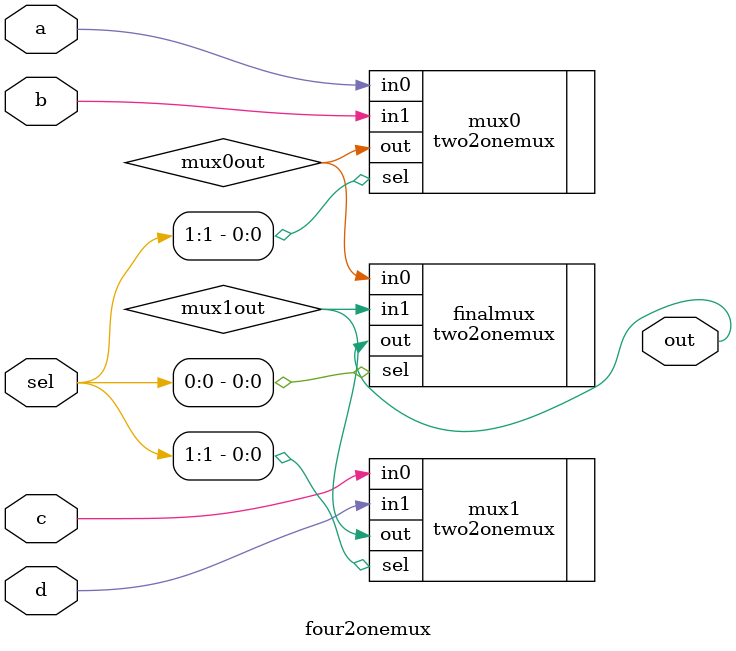
<source format=v>
`timescale 1ns / 1ps
/*
    Engineer: Rodrigo Becerril Ferreyra
    Company: California State University, Long Beach
    Project Name: Lab Test 2
    Start Date: 03 September 2020
    End Date: 03 September 2020
*/
module four2onemux(
    input a,
    input b,
    input c,
    input d,
    input [1:0] sel,
    output out
);

wire mux0out, mux1out;

two2onemux mux0(.in0(a), .in1(b), .sel(sel[1]), .out(mux0out));
two2onemux mux1(.in0(c), .in1(d), .sel(sel[1]), .out(mux1out));
two2onemux finalmux(.in0(mux0out), .in1(mux1out), .sel(sel[0]), .out(out));

endmodule

</source>
